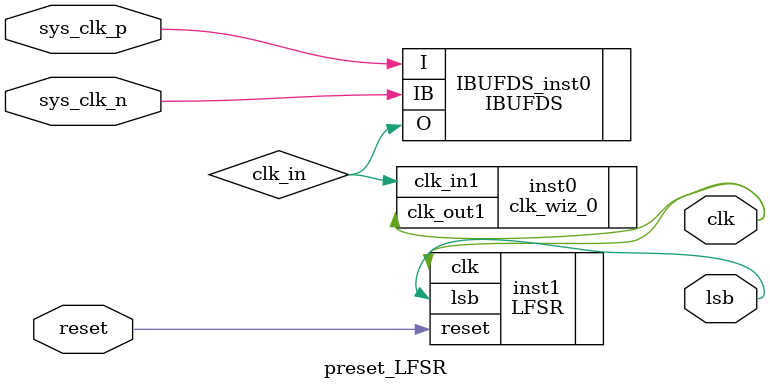
<source format=v>
`timescale 1ns / 1ps


module preset_LFSR(input  wire sys_clk_p,
                input  wire sys_clk_n,
                input  wire reset,
                output wire clk,
                output wire lsb);
    
    wire clk_in;
    
    IBUFDS #(.DIFF_TERM("FALSE"), .IBUF_LOW_PWR("FALSE"), .IOSTANDARD("LVDS_25")) 
    IBUFDS_inst0 (.O(clk_in), .I(sys_clk_p), .IB(sys_clk_n));
    clk_wiz_0 inst0(.clk_out1(clk), .clk_in1(clk_in));
    
    LFSR inst1(.clk(clk), .reset(reset), .lsb(lsb)); 
    
    
endmodule

</source>
